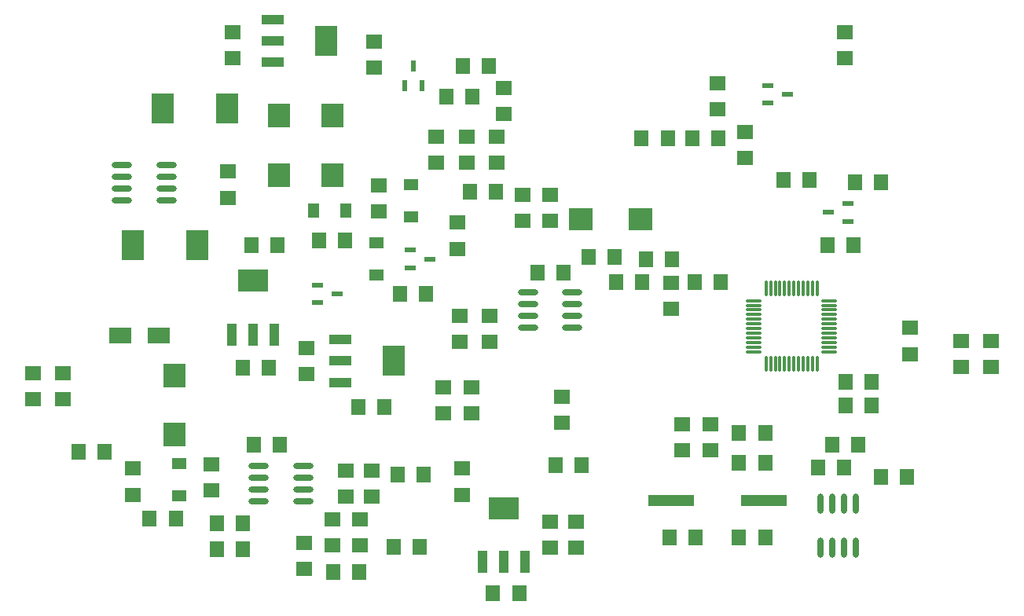
<source format=gbp>
%FSLAX25Y25*%
%MOIN*%
G70*
G01*
G75*
G04 Layer_Color=128*
%ADD10R,0.09449X0.03937*%
%ADD11R,0.09449X0.12992*%
%ADD12R,0.04331X0.03937*%
%ADD13R,0.03937X0.04331*%
%ADD14R,0.02362X0.05118*%
%ADD15R,0.03740X0.03543*%
%ADD16R,0.03740X0.03543*%
%ADD17R,0.07087X0.06299*%
%ADD18C,0.01969*%
%ADD19C,0.01181*%
%ADD20C,0.11811*%
%ADD21C,0.07874*%
%ADD22R,0.07874X0.07874*%
%ADD23C,0.09843*%
%ADD24C,0.05906*%
%ADD25R,0.19685X0.05118*%
%ADD26R,0.06299X0.07087*%
%ADD27R,0.09449X0.10236*%
%ADD28R,0.10236X0.09449*%
%ADD29R,0.05118X0.02362*%
%ADD30O,0.08661X0.02362*%
%ADD31O,0.07087X0.01181*%
%ADD32O,0.01181X0.07087*%
%ADD33R,0.03937X0.09449*%
%ADD34R,0.12992X0.09449*%
%ADD35O,0.02362X0.08661*%
%ADD36R,0.06299X0.04921*%
%ADD37R,0.09449X0.12992*%
%ADD38R,0.04921X0.06299*%
%ADD39R,0.09449X0.07087*%
%ADD40C,0.03937*%
%ADD41C,0.07874*%
%ADD42C,0.00984*%
%ADD43C,0.00787*%
%ADD44C,0.01000*%
%ADD45R,0.10249X0.04737*%
%ADD46R,0.10249X0.13792*%
%ADD47R,0.05131X0.04737*%
%ADD48R,0.04737X0.05131*%
%ADD49R,0.03162X0.05918*%
%ADD50R,0.04540X0.04343*%
%ADD51R,0.04540X0.04343*%
%ADD52R,0.07887X0.07099*%
%ADD53C,0.12611*%
%ADD54C,0.00800*%
%ADD55C,0.08674*%
%ADD56R,0.08674X0.08674*%
%ADD57C,0.10642*%
%ADD58C,0.06706*%
%ADD59R,0.20485X0.05918*%
%ADD60R,0.07099X0.07887*%
%ADD61R,0.10249X0.11036*%
%ADD62R,0.11036X0.10249*%
%ADD63R,0.05918X0.03162*%
%ADD64O,0.09461X0.03162*%
%ADD65O,0.07887X0.01981*%
%ADD66O,0.01981X0.07887*%
%ADD67R,0.04737X0.10249*%
%ADD68R,0.13792X0.10249*%
%ADD69O,0.03162X0.09461*%
%ADD70R,0.07099X0.05721*%
%ADD71R,0.10249X0.13792*%
%ADD72R,0.05721X0.07099*%
%ADD73R,0.10249X0.07887*%
D10*
X337992Y298031D02*
D03*
Y307087D02*
D03*
Y316142D02*
D03*
X309449Y433858D02*
D03*
Y442913D02*
D03*
Y451968D02*
D03*
D11*
X360827Y307087D02*
D03*
X332283Y442913D02*
D03*
D14*
X372835Y424016D02*
D03*
X365354D02*
D03*
X369094Y432283D02*
D03*
D17*
X579724Y310039D02*
D03*
Y321063D02*
D03*
X322835Y218898D02*
D03*
Y229921D02*
D03*
X290354Y387402D02*
D03*
Y376378D02*
D03*
X351378Y260433D02*
D03*
Y249410D02*
D03*
X389764Y250394D02*
D03*
Y261417D02*
D03*
X427165Y238779D02*
D03*
Y227756D02*
D03*
X495079Y280118D02*
D03*
Y269094D02*
D03*
X393701Y284842D02*
D03*
Y295866D02*
D03*
X483268Y280118D02*
D03*
Y269094D02*
D03*
X437992Y238779D02*
D03*
Y227756D02*
D03*
X323819Y312598D02*
D03*
Y301575D02*
D03*
X401575Y326378D02*
D03*
Y315354D02*
D03*
X388779Y326378D02*
D03*
Y315354D02*
D03*
X292323Y435433D02*
D03*
Y446457D02*
D03*
X352362Y431496D02*
D03*
Y442520D02*
D03*
X207677Y301772D02*
D03*
Y290748D02*
D03*
X498032Y424803D02*
D03*
Y413779D02*
D03*
X250000Y250394D02*
D03*
Y261417D02*
D03*
X346457Y239764D02*
D03*
Y228740D02*
D03*
X334646D02*
D03*
Y239764D02*
D03*
X378937Y391142D02*
D03*
Y402165D02*
D03*
X404528Y391142D02*
D03*
Y402165D02*
D03*
X340551Y260433D02*
D03*
Y249410D02*
D03*
X354331Y370472D02*
D03*
Y381496D02*
D03*
X387795Y354724D02*
D03*
Y365748D02*
D03*
X478346Y340158D02*
D03*
Y329134D02*
D03*
X432087Y280906D02*
D03*
Y291929D02*
D03*
X283465Y263386D02*
D03*
Y252362D02*
D03*
X381890Y295866D02*
D03*
Y284842D02*
D03*
X220472Y301772D02*
D03*
Y290748D02*
D03*
X509842Y393110D02*
D03*
Y404134D02*
D03*
X552165Y435433D02*
D03*
Y446457D02*
D03*
X614173Y315551D02*
D03*
Y304528D02*
D03*
X601378Y315551D02*
D03*
Y304528D02*
D03*
X427165Y366535D02*
D03*
Y377559D02*
D03*
X415354Y366535D02*
D03*
Y377559D02*
D03*
X391732Y391142D02*
D03*
Y402165D02*
D03*
X407480Y411811D02*
D03*
Y422835D02*
D03*
D25*
X517717Y248031D02*
D03*
X478346D02*
D03*
D26*
X238189Y268701D02*
D03*
X227165D02*
D03*
X346063Y217520D02*
D03*
X335039D02*
D03*
X404134Y378937D02*
D03*
X393110D02*
D03*
X507283Y232283D02*
D03*
X518307D02*
D03*
X477756D02*
D03*
X488779D02*
D03*
X518307Y276575D02*
D03*
X507283D02*
D03*
X312598Y271654D02*
D03*
X301575D02*
D03*
X285827Y227362D02*
D03*
X296850D02*
D03*
X402953Y208661D02*
D03*
X413976D02*
D03*
X552559Y298228D02*
D03*
X563583D02*
D03*
X567323Y257874D02*
D03*
X578346D02*
D03*
X555709Y356299D02*
D03*
X544685D02*
D03*
X499606Y340551D02*
D03*
X488583D02*
D03*
X552559Y288386D02*
D03*
X563583D02*
D03*
X356890Y287402D02*
D03*
X345866D02*
D03*
X478937Y350394D02*
D03*
X467913D02*
D03*
X454331Y351378D02*
D03*
X443307D02*
D03*
X307677Y304134D02*
D03*
X296654D02*
D03*
X311614Y356299D02*
D03*
X300590D02*
D03*
X360630Y228346D02*
D03*
X371654D02*
D03*
X257283Y240158D02*
D03*
X268307D02*
D03*
X340158Y358268D02*
D03*
X329134D02*
D03*
X373622Y258858D02*
D03*
X362598D02*
D03*
X374606Y335630D02*
D03*
X363583D02*
D03*
X507283Y263779D02*
D03*
X518307D02*
D03*
X296850Y238189D02*
D03*
X285827D02*
D03*
X429528Y262795D02*
D03*
X440551D02*
D03*
X540748Y261811D02*
D03*
X551772D02*
D03*
X546654Y271654D02*
D03*
X557677D02*
D03*
X455118Y340551D02*
D03*
X466142D02*
D03*
X390158Y432087D02*
D03*
X401181D02*
D03*
X421654Y344488D02*
D03*
X432677D02*
D03*
X498622Y401575D02*
D03*
X487598D02*
D03*
X476968D02*
D03*
X465945D02*
D03*
X383268Y419291D02*
D03*
X394291D02*
D03*
X567520Y382874D02*
D03*
X556496D02*
D03*
X537008Y383858D02*
D03*
X525984D02*
D03*
D27*
X312008Y386024D02*
D03*
Y411221D02*
D03*
X334646Y386024D02*
D03*
Y411221D02*
D03*
X267717Y300984D02*
D03*
Y275787D02*
D03*
D28*
X440158Y367126D02*
D03*
X465354D02*
D03*
D29*
X519488Y416535D02*
D03*
Y424016D02*
D03*
X527756Y420276D02*
D03*
X553346Y373819D02*
D03*
Y366339D02*
D03*
X545079Y370079D02*
D03*
X367913Y346654D02*
D03*
Y354134D02*
D03*
X376181Y350394D02*
D03*
X328543Y331890D02*
D03*
Y339370D02*
D03*
X336811Y335630D02*
D03*
D30*
X245472Y375374D02*
D03*
Y380374D02*
D03*
Y385374D02*
D03*
Y390374D02*
D03*
X264370Y375374D02*
D03*
Y380374D02*
D03*
Y385374D02*
D03*
Y390374D02*
D03*
X303543Y247421D02*
D03*
Y252421D02*
D03*
Y257421D02*
D03*
Y262421D02*
D03*
X322441Y247421D02*
D03*
Y252421D02*
D03*
Y257421D02*
D03*
Y262421D02*
D03*
X436614Y336240D02*
D03*
Y331240D02*
D03*
Y326240D02*
D03*
Y321240D02*
D03*
X417717Y336240D02*
D03*
Y331240D02*
D03*
Y326240D02*
D03*
Y321240D02*
D03*
D31*
X545472Y311024D02*
D03*
Y312992D02*
D03*
Y314961D02*
D03*
Y316929D02*
D03*
Y318898D02*
D03*
Y320866D02*
D03*
Y322835D02*
D03*
Y324803D02*
D03*
Y326772D02*
D03*
Y328740D02*
D03*
Y330709D02*
D03*
Y332677D02*
D03*
X513583D02*
D03*
Y330709D02*
D03*
Y328740D02*
D03*
Y326772D02*
D03*
Y324803D02*
D03*
Y322835D02*
D03*
Y320866D02*
D03*
Y318898D02*
D03*
Y316929D02*
D03*
Y314961D02*
D03*
Y312992D02*
D03*
Y311024D02*
D03*
D32*
X540354Y337795D02*
D03*
X538386D02*
D03*
X536417D02*
D03*
X534449D02*
D03*
X532480D02*
D03*
X530512D02*
D03*
X528543D02*
D03*
X526575D02*
D03*
X524606D02*
D03*
X522638D02*
D03*
X520669D02*
D03*
X518701D02*
D03*
Y305906D02*
D03*
X520669D02*
D03*
X522638D02*
D03*
X524606D02*
D03*
X526575D02*
D03*
X528543D02*
D03*
X530512D02*
D03*
X532480D02*
D03*
X534449D02*
D03*
X536417D02*
D03*
X538386D02*
D03*
X540354D02*
D03*
D33*
X416535Y221850D02*
D03*
X407480D02*
D03*
X398425D02*
D03*
X310236Y318307D02*
D03*
X301181D02*
D03*
X292126D02*
D03*
D34*
X407480Y244685D02*
D03*
X301181Y341142D02*
D03*
D35*
X556713Y227756D02*
D03*
X551713D02*
D03*
X546713D02*
D03*
X541713D02*
D03*
X556713Y246654D02*
D03*
X551713D02*
D03*
X546713D02*
D03*
X541713D02*
D03*
D36*
X269646Y263622D02*
D03*
Y250039D02*
D03*
X368150Y368268D02*
D03*
Y381850D02*
D03*
X353386Y343661D02*
D03*
Y357244D02*
D03*
D37*
X290256Y414370D02*
D03*
X262894D02*
D03*
X250098Y356299D02*
D03*
X277461D02*
D03*
D38*
X326929Y371024D02*
D03*
X340512D02*
D03*
D39*
X244882Y317913D02*
D03*
X261024D02*
D03*
M02*

</source>
